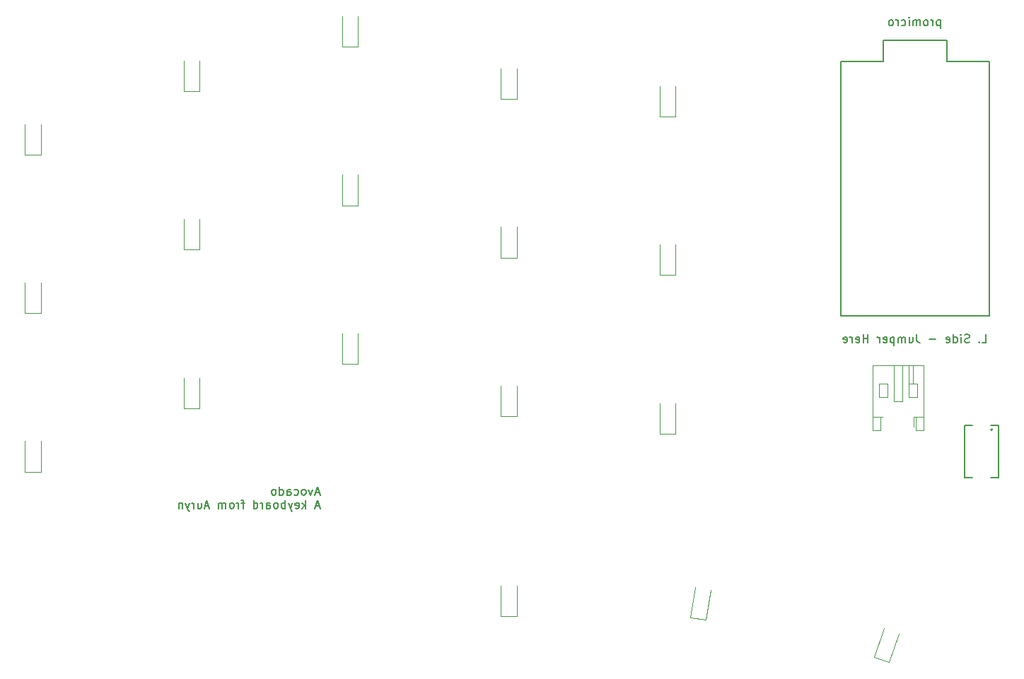
<source format=gbr>
%TF.GenerationSoftware,KiCad,Pcbnew,8.0.3*%
%TF.CreationDate,2024-07-17T09:05:20+02:00*%
%TF.ProjectId,avocado,61766f63-6164-46f2-9e6b-696361645f70,rev?*%
%TF.SameCoordinates,Original*%
%TF.FileFunction,Legend,Bot*%
%TF.FilePolarity,Positive*%
%FSLAX46Y46*%
G04 Gerber Fmt 4.6, Leading zero omitted, Abs format (unit mm)*
G04 Created by KiCad (PCBNEW 8.0.3) date 2024-07-17 09:05:20*
%MOMM*%
%LPD*%
G01*
G04 APERTURE LIST*
%ADD10C,0.150000*%
%ADD11C,0.120000*%
%ADD12C,0.200000*%
G04 APERTURE END LIST*
D10*
X53810839Y-82824132D02*
X53334649Y-82824132D01*
X53906077Y-83109847D02*
X53572744Y-82109847D01*
X53572744Y-82109847D02*
X53239411Y-83109847D01*
X53001315Y-82443180D02*
X52763220Y-83109847D01*
X52763220Y-83109847D02*
X52525125Y-82443180D01*
X52001315Y-83109847D02*
X52096553Y-83062228D01*
X52096553Y-83062228D02*
X52144172Y-83014608D01*
X52144172Y-83014608D02*
X52191791Y-82919370D01*
X52191791Y-82919370D02*
X52191791Y-82633656D01*
X52191791Y-82633656D02*
X52144172Y-82538418D01*
X52144172Y-82538418D02*
X52096553Y-82490799D01*
X52096553Y-82490799D02*
X52001315Y-82443180D01*
X52001315Y-82443180D02*
X51858458Y-82443180D01*
X51858458Y-82443180D02*
X51763220Y-82490799D01*
X51763220Y-82490799D02*
X51715601Y-82538418D01*
X51715601Y-82538418D02*
X51667982Y-82633656D01*
X51667982Y-82633656D02*
X51667982Y-82919370D01*
X51667982Y-82919370D02*
X51715601Y-83014608D01*
X51715601Y-83014608D02*
X51763220Y-83062228D01*
X51763220Y-83062228D02*
X51858458Y-83109847D01*
X51858458Y-83109847D02*
X52001315Y-83109847D01*
X50810839Y-83062228D02*
X50906077Y-83109847D01*
X50906077Y-83109847D02*
X51096553Y-83109847D01*
X51096553Y-83109847D02*
X51191791Y-83062228D01*
X51191791Y-83062228D02*
X51239410Y-83014608D01*
X51239410Y-83014608D02*
X51287029Y-82919370D01*
X51287029Y-82919370D02*
X51287029Y-82633656D01*
X51287029Y-82633656D02*
X51239410Y-82538418D01*
X51239410Y-82538418D02*
X51191791Y-82490799D01*
X51191791Y-82490799D02*
X51096553Y-82443180D01*
X51096553Y-82443180D02*
X50906077Y-82443180D01*
X50906077Y-82443180D02*
X50810839Y-82490799D01*
X49953696Y-83109847D02*
X49953696Y-82586037D01*
X49953696Y-82586037D02*
X50001315Y-82490799D01*
X50001315Y-82490799D02*
X50096553Y-82443180D01*
X50096553Y-82443180D02*
X50287029Y-82443180D01*
X50287029Y-82443180D02*
X50382267Y-82490799D01*
X49953696Y-83062228D02*
X50048934Y-83109847D01*
X50048934Y-83109847D02*
X50287029Y-83109847D01*
X50287029Y-83109847D02*
X50382267Y-83062228D01*
X50382267Y-83062228D02*
X50429886Y-82966989D01*
X50429886Y-82966989D02*
X50429886Y-82871751D01*
X50429886Y-82871751D02*
X50382267Y-82776513D01*
X50382267Y-82776513D02*
X50287029Y-82728894D01*
X50287029Y-82728894D02*
X50048934Y-82728894D01*
X50048934Y-82728894D02*
X49953696Y-82681275D01*
X49048934Y-83109847D02*
X49048934Y-82109847D01*
X49048934Y-83062228D02*
X49144172Y-83109847D01*
X49144172Y-83109847D02*
X49334648Y-83109847D01*
X49334648Y-83109847D02*
X49429886Y-83062228D01*
X49429886Y-83062228D02*
X49477505Y-83014608D01*
X49477505Y-83014608D02*
X49525124Y-82919370D01*
X49525124Y-82919370D02*
X49525124Y-82633656D01*
X49525124Y-82633656D02*
X49477505Y-82538418D01*
X49477505Y-82538418D02*
X49429886Y-82490799D01*
X49429886Y-82490799D02*
X49334648Y-82443180D01*
X49334648Y-82443180D02*
X49144172Y-82443180D01*
X49144172Y-82443180D02*
X49048934Y-82490799D01*
X48429886Y-83109847D02*
X48525124Y-83062228D01*
X48525124Y-83062228D02*
X48572743Y-83014608D01*
X48572743Y-83014608D02*
X48620362Y-82919370D01*
X48620362Y-82919370D02*
X48620362Y-82633656D01*
X48620362Y-82633656D02*
X48572743Y-82538418D01*
X48572743Y-82538418D02*
X48525124Y-82490799D01*
X48525124Y-82490799D02*
X48429886Y-82443180D01*
X48429886Y-82443180D02*
X48287029Y-82443180D01*
X48287029Y-82443180D02*
X48191791Y-82490799D01*
X48191791Y-82490799D02*
X48144172Y-82538418D01*
X48144172Y-82538418D02*
X48096553Y-82633656D01*
X48096553Y-82633656D02*
X48096553Y-82919370D01*
X48096553Y-82919370D02*
X48144172Y-83014608D01*
X48144172Y-83014608D02*
X48191791Y-83062228D01*
X48191791Y-83062228D02*
X48287029Y-83109847D01*
X48287029Y-83109847D02*
X48429886Y-83109847D01*
X53810839Y-84434076D02*
X53334649Y-84434076D01*
X53906077Y-84719791D02*
X53572744Y-83719791D01*
X53572744Y-83719791D02*
X53239411Y-84719791D01*
X52144172Y-84719791D02*
X52144172Y-83719791D01*
X52048934Y-84338838D02*
X51763220Y-84719791D01*
X51763220Y-84053124D02*
X52144172Y-84434076D01*
X50953696Y-84672172D02*
X51048934Y-84719791D01*
X51048934Y-84719791D02*
X51239410Y-84719791D01*
X51239410Y-84719791D02*
X51334648Y-84672172D01*
X51334648Y-84672172D02*
X51382267Y-84576933D01*
X51382267Y-84576933D02*
X51382267Y-84195981D01*
X51382267Y-84195981D02*
X51334648Y-84100743D01*
X51334648Y-84100743D02*
X51239410Y-84053124D01*
X51239410Y-84053124D02*
X51048934Y-84053124D01*
X51048934Y-84053124D02*
X50953696Y-84100743D01*
X50953696Y-84100743D02*
X50906077Y-84195981D01*
X50906077Y-84195981D02*
X50906077Y-84291219D01*
X50906077Y-84291219D02*
X51382267Y-84386457D01*
X50572743Y-84053124D02*
X50334648Y-84719791D01*
X50096553Y-84053124D02*
X50334648Y-84719791D01*
X50334648Y-84719791D02*
X50429886Y-84957886D01*
X50429886Y-84957886D02*
X50477505Y-85005505D01*
X50477505Y-85005505D02*
X50572743Y-85053124D01*
X49715600Y-84719791D02*
X49715600Y-83719791D01*
X49715600Y-84100743D02*
X49620362Y-84053124D01*
X49620362Y-84053124D02*
X49429886Y-84053124D01*
X49429886Y-84053124D02*
X49334648Y-84100743D01*
X49334648Y-84100743D02*
X49287029Y-84148362D01*
X49287029Y-84148362D02*
X49239410Y-84243600D01*
X49239410Y-84243600D02*
X49239410Y-84529314D01*
X49239410Y-84529314D02*
X49287029Y-84624552D01*
X49287029Y-84624552D02*
X49334648Y-84672172D01*
X49334648Y-84672172D02*
X49429886Y-84719791D01*
X49429886Y-84719791D02*
X49620362Y-84719791D01*
X49620362Y-84719791D02*
X49715600Y-84672172D01*
X48667981Y-84719791D02*
X48763219Y-84672172D01*
X48763219Y-84672172D02*
X48810838Y-84624552D01*
X48810838Y-84624552D02*
X48858457Y-84529314D01*
X48858457Y-84529314D02*
X48858457Y-84243600D01*
X48858457Y-84243600D02*
X48810838Y-84148362D01*
X48810838Y-84148362D02*
X48763219Y-84100743D01*
X48763219Y-84100743D02*
X48667981Y-84053124D01*
X48667981Y-84053124D02*
X48525124Y-84053124D01*
X48525124Y-84053124D02*
X48429886Y-84100743D01*
X48429886Y-84100743D02*
X48382267Y-84148362D01*
X48382267Y-84148362D02*
X48334648Y-84243600D01*
X48334648Y-84243600D02*
X48334648Y-84529314D01*
X48334648Y-84529314D02*
X48382267Y-84624552D01*
X48382267Y-84624552D02*
X48429886Y-84672172D01*
X48429886Y-84672172D02*
X48525124Y-84719791D01*
X48525124Y-84719791D02*
X48667981Y-84719791D01*
X47477505Y-84719791D02*
X47477505Y-84195981D01*
X47477505Y-84195981D02*
X47525124Y-84100743D01*
X47525124Y-84100743D02*
X47620362Y-84053124D01*
X47620362Y-84053124D02*
X47810838Y-84053124D01*
X47810838Y-84053124D02*
X47906076Y-84100743D01*
X47477505Y-84672172D02*
X47572743Y-84719791D01*
X47572743Y-84719791D02*
X47810838Y-84719791D01*
X47810838Y-84719791D02*
X47906076Y-84672172D01*
X47906076Y-84672172D02*
X47953695Y-84576933D01*
X47953695Y-84576933D02*
X47953695Y-84481695D01*
X47953695Y-84481695D02*
X47906076Y-84386457D01*
X47906076Y-84386457D02*
X47810838Y-84338838D01*
X47810838Y-84338838D02*
X47572743Y-84338838D01*
X47572743Y-84338838D02*
X47477505Y-84291219D01*
X47001314Y-84719791D02*
X47001314Y-84053124D01*
X47001314Y-84243600D02*
X46953695Y-84148362D01*
X46953695Y-84148362D02*
X46906076Y-84100743D01*
X46906076Y-84100743D02*
X46810838Y-84053124D01*
X46810838Y-84053124D02*
X46715600Y-84053124D01*
X45953695Y-84719791D02*
X45953695Y-83719791D01*
X45953695Y-84672172D02*
X46048933Y-84719791D01*
X46048933Y-84719791D02*
X46239409Y-84719791D01*
X46239409Y-84719791D02*
X46334647Y-84672172D01*
X46334647Y-84672172D02*
X46382266Y-84624552D01*
X46382266Y-84624552D02*
X46429885Y-84529314D01*
X46429885Y-84529314D02*
X46429885Y-84243600D01*
X46429885Y-84243600D02*
X46382266Y-84148362D01*
X46382266Y-84148362D02*
X46334647Y-84100743D01*
X46334647Y-84100743D02*
X46239409Y-84053124D01*
X46239409Y-84053124D02*
X46048933Y-84053124D01*
X46048933Y-84053124D02*
X45953695Y-84100743D01*
X44858456Y-84053124D02*
X44477504Y-84053124D01*
X44715599Y-84719791D02*
X44715599Y-83862648D01*
X44715599Y-83862648D02*
X44667980Y-83767410D01*
X44667980Y-83767410D02*
X44572742Y-83719791D01*
X44572742Y-83719791D02*
X44477504Y-83719791D01*
X44144170Y-84719791D02*
X44144170Y-84053124D01*
X44144170Y-84243600D02*
X44096551Y-84148362D01*
X44096551Y-84148362D02*
X44048932Y-84100743D01*
X44048932Y-84100743D02*
X43953694Y-84053124D01*
X43953694Y-84053124D02*
X43858456Y-84053124D01*
X43382265Y-84719791D02*
X43477503Y-84672172D01*
X43477503Y-84672172D02*
X43525122Y-84624552D01*
X43525122Y-84624552D02*
X43572741Y-84529314D01*
X43572741Y-84529314D02*
X43572741Y-84243600D01*
X43572741Y-84243600D02*
X43525122Y-84148362D01*
X43525122Y-84148362D02*
X43477503Y-84100743D01*
X43477503Y-84100743D02*
X43382265Y-84053124D01*
X43382265Y-84053124D02*
X43239408Y-84053124D01*
X43239408Y-84053124D02*
X43144170Y-84100743D01*
X43144170Y-84100743D02*
X43096551Y-84148362D01*
X43096551Y-84148362D02*
X43048932Y-84243600D01*
X43048932Y-84243600D02*
X43048932Y-84529314D01*
X43048932Y-84529314D02*
X43096551Y-84624552D01*
X43096551Y-84624552D02*
X43144170Y-84672172D01*
X43144170Y-84672172D02*
X43239408Y-84719791D01*
X43239408Y-84719791D02*
X43382265Y-84719791D01*
X42620360Y-84719791D02*
X42620360Y-84053124D01*
X42620360Y-84148362D02*
X42572741Y-84100743D01*
X42572741Y-84100743D02*
X42477503Y-84053124D01*
X42477503Y-84053124D02*
X42334646Y-84053124D01*
X42334646Y-84053124D02*
X42239408Y-84100743D01*
X42239408Y-84100743D02*
X42191789Y-84195981D01*
X42191789Y-84195981D02*
X42191789Y-84719791D01*
X42191789Y-84195981D02*
X42144170Y-84100743D01*
X42144170Y-84100743D02*
X42048932Y-84053124D01*
X42048932Y-84053124D02*
X41906075Y-84053124D01*
X41906075Y-84053124D02*
X41810836Y-84100743D01*
X41810836Y-84100743D02*
X41763217Y-84195981D01*
X41763217Y-84195981D02*
X41763217Y-84719791D01*
X40572741Y-84434076D02*
X40096551Y-84434076D01*
X40667979Y-84719791D02*
X40334646Y-83719791D01*
X40334646Y-83719791D02*
X40001313Y-84719791D01*
X39239408Y-84053124D02*
X39239408Y-84719791D01*
X39667979Y-84053124D02*
X39667979Y-84576933D01*
X39667979Y-84576933D02*
X39620360Y-84672172D01*
X39620360Y-84672172D02*
X39525122Y-84719791D01*
X39525122Y-84719791D02*
X39382265Y-84719791D01*
X39382265Y-84719791D02*
X39287027Y-84672172D01*
X39287027Y-84672172D02*
X39239408Y-84624552D01*
X38763217Y-84719791D02*
X38763217Y-84053124D01*
X38763217Y-84243600D02*
X38715598Y-84148362D01*
X38715598Y-84148362D02*
X38667979Y-84100743D01*
X38667979Y-84100743D02*
X38572741Y-84053124D01*
X38572741Y-84053124D02*
X38477503Y-84053124D01*
X38239407Y-84053124D02*
X38001312Y-84719791D01*
X37763217Y-84053124D02*
X38001312Y-84719791D01*
X38001312Y-84719791D02*
X38096550Y-84957886D01*
X38096550Y-84957886D02*
X38144169Y-85005505D01*
X38144169Y-85005505D02*
X38239407Y-85053124D01*
X37382264Y-84053124D02*
X37382264Y-84719791D01*
X37382264Y-84148362D02*
X37334645Y-84100743D01*
X37334645Y-84100743D02*
X37239407Y-84053124D01*
X37239407Y-84053124D02*
X37096550Y-84053124D01*
X37096550Y-84053124D02*
X37001312Y-84100743D01*
X37001312Y-84100743D02*
X36953693Y-84195981D01*
X36953693Y-84195981D02*
X36953693Y-84719791D01*
X128171428Y-26188152D02*
X128171428Y-27188152D01*
X128171428Y-26235771D02*
X128076190Y-26188152D01*
X128076190Y-26188152D02*
X127885714Y-26188152D01*
X127885714Y-26188152D02*
X127790476Y-26235771D01*
X127790476Y-26235771D02*
X127742857Y-26283390D01*
X127742857Y-26283390D02*
X127695238Y-26378628D01*
X127695238Y-26378628D02*
X127695238Y-26664342D01*
X127695238Y-26664342D02*
X127742857Y-26759580D01*
X127742857Y-26759580D02*
X127790476Y-26807200D01*
X127790476Y-26807200D02*
X127885714Y-26854819D01*
X127885714Y-26854819D02*
X128076190Y-26854819D01*
X128076190Y-26854819D02*
X128171428Y-26807200D01*
X127266666Y-26854819D02*
X127266666Y-26188152D01*
X127266666Y-26378628D02*
X127219047Y-26283390D01*
X127219047Y-26283390D02*
X127171428Y-26235771D01*
X127171428Y-26235771D02*
X127076190Y-26188152D01*
X127076190Y-26188152D02*
X126980952Y-26188152D01*
X126504761Y-26854819D02*
X126599999Y-26807200D01*
X126599999Y-26807200D02*
X126647618Y-26759580D01*
X126647618Y-26759580D02*
X126695237Y-26664342D01*
X126695237Y-26664342D02*
X126695237Y-26378628D01*
X126695237Y-26378628D02*
X126647618Y-26283390D01*
X126647618Y-26283390D02*
X126599999Y-26235771D01*
X126599999Y-26235771D02*
X126504761Y-26188152D01*
X126504761Y-26188152D02*
X126361904Y-26188152D01*
X126361904Y-26188152D02*
X126266666Y-26235771D01*
X126266666Y-26235771D02*
X126219047Y-26283390D01*
X126219047Y-26283390D02*
X126171428Y-26378628D01*
X126171428Y-26378628D02*
X126171428Y-26664342D01*
X126171428Y-26664342D02*
X126219047Y-26759580D01*
X126219047Y-26759580D02*
X126266666Y-26807200D01*
X126266666Y-26807200D02*
X126361904Y-26854819D01*
X126361904Y-26854819D02*
X126504761Y-26854819D01*
X125742856Y-26854819D02*
X125742856Y-26188152D01*
X125742856Y-26283390D02*
X125695237Y-26235771D01*
X125695237Y-26235771D02*
X125599999Y-26188152D01*
X125599999Y-26188152D02*
X125457142Y-26188152D01*
X125457142Y-26188152D02*
X125361904Y-26235771D01*
X125361904Y-26235771D02*
X125314285Y-26331009D01*
X125314285Y-26331009D02*
X125314285Y-26854819D01*
X125314285Y-26331009D02*
X125266666Y-26235771D01*
X125266666Y-26235771D02*
X125171428Y-26188152D01*
X125171428Y-26188152D02*
X125028571Y-26188152D01*
X125028571Y-26188152D02*
X124933332Y-26235771D01*
X124933332Y-26235771D02*
X124885713Y-26331009D01*
X124885713Y-26331009D02*
X124885713Y-26854819D01*
X124409523Y-26854819D02*
X124409523Y-26188152D01*
X124409523Y-25854819D02*
X124457142Y-25902438D01*
X124457142Y-25902438D02*
X124409523Y-25950057D01*
X124409523Y-25950057D02*
X124361904Y-25902438D01*
X124361904Y-25902438D02*
X124409523Y-25854819D01*
X124409523Y-25854819D02*
X124409523Y-25950057D01*
X123504762Y-26807200D02*
X123600000Y-26854819D01*
X123600000Y-26854819D02*
X123790476Y-26854819D01*
X123790476Y-26854819D02*
X123885714Y-26807200D01*
X123885714Y-26807200D02*
X123933333Y-26759580D01*
X123933333Y-26759580D02*
X123980952Y-26664342D01*
X123980952Y-26664342D02*
X123980952Y-26378628D01*
X123980952Y-26378628D02*
X123933333Y-26283390D01*
X123933333Y-26283390D02*
X123885714Y-26235771D01*
X123885714Y-26235771D02*
X123790476Y-26188152D01*
X123790476Y-26188152D02*
X123600000Y-26188152D01*
X123600000Y-26188152D02*
X123504762Y-26235771D01*
X123076190Y-26854819D02*
X123076190Y-26188152D01*
X123076190Y-26378628D02*
X123028571Y-26283390D01*
X123028571Y-26283390D02*
X122980952Y-26235771D01*
X122980952Y-26235771D02*
X122885714Y-26188152D01*
X122885714Y-26188152D02*
X122790476Y-26188152D01*
X122314285Y-26854819D02*
X122409523Y-26807200D01*
X122409523Y-26807200D02*
X122457142Y-26759580D01*
X122457142Y-26759580D02*
X122504761Y-26664342D01*
X122504761Y-26664342D02*
X122504761Y-26378628D01*
X122504761Y-26378628D02*
X122457142Y-26283390D01*
X122457142Y-26283390D02*
X122409523Y-26235771D01*
X122409523Y-26235771D02*
X122314285Y-26188152D01*
X122314285Y-26188152D02*
X122171428Y-26188152D01*
X122171428Y-26188152D02*
X122076190Y-26235771D01*
X122076190Y-26235771D02*
X122028571Y-26283390D01*
X122028571Y-26283390D02*
X121980952Y-26378628D01*
X121980952Y-26378628D02*
X121980952Y-26664342D01*
X121980952Y-26664342D02*
X122028571Y-26759580D01*
X122028571Y-26759580D02*
X122076190Y-26807200D01*
X122076190Y-26807200D02*
X122171428Y-26854819D01*
X122171428Y-26854819D02*
X122314285Y-26854819D01*
X133147619Y-64854819D02*
X133623809Y-64854819D01*
X133623809Y-64854819D02*
X133623809Y-63854819D01*
X132814285Y-64759580D02*
X132766666Y-64807200D01*
X132766666Y-64807200D02*
X132814285Y-64854819D01*
X132814285Y-64854819D02*
X132861904Y-64807200D01*
X132861904Y-64807200D02*
X132814285Y-64759580D01*
X132814285Y-64759580D02*
X132814285Y-64854819D01*
X131623809Y-64807200D02*
X131480952Y-64854819D01*
X131480952Y-64854819D02*
X131242857Y-64854819D01*
X131242857Y-64854819D02*
X131147619Y-64807200D01*
X131147619Y-64807200D02*
X131100000Y-64759580D01*
X131100000Y-64759580D02*
X131052381Y-64664342D01*
X131052381Y-64664342D02*
X131052381Y-64569104D01*
X131052381Y-64569104D02*
X131100000Y-64473866D01*
X131100000Y-64473866D02*
X131147619Y-64426247D01*
X131147619Y-64426247D02*
X131242857Y-64378628D01*
X131242857Y-64378628D02*
X131433333Y-64331009D01*
X131433333Y-64331009D02*
X131528571Y-64283390D01*
X131528571Y-64283390D02*
X131576190Y-64235771D01*
X131576190Y-64235771D02*
X131623809Y-64140533D01*
X131623809Y-64140533D02*
X131623809Y-64045295D01*
X131623809Y-64045295D02*
X131576190Y-63950057D01*
X131576190Y-63950057D02*
X131528571Y-63902438D01*
X131528571Y-63902438D02*
X131433333Y-63854819D01*
X131433333Y-63854819D02*
X131195238Y-63854819D01*
X131195238Y-63854819D02*
X131052381Y-63902438D01*
X130623809Y-64854819D02*
X130623809Y-64188152D01*
X130623809Y-63854819D02*
X130671428Y-63902438D01*
X130671428Y-63902438D02*
X130623809Y-63950057D01*
X130623809Y-63950057D02*
X130576190Y-63902438D01*
X130576190Y-63902438D02*
X130623809Y-63854819D01*
X130623809Y-63854819D02*
X130623809Y-63950057D01*
X129719048Y-64854819D02*
X129719048Y-63854819D01*
X129719048Y-64807200D02*
X129814286Y-64854819D01*
X129814286Y-64854819D02*
X130004762Y-64854819D01*
X130004762Y-64854819D02*
X130100000Y-64807200D01*
X130100000Y-64807200D02*
X130147619Y-64759580D01*
X130147619Y-64759580D02*
X130195238Y-64664342D01*
X130195238Y-64664342D02*
X130195238Y-64378628D01*
X130195238Y-64378628D02*
X130147619Y-64283390D01*
X130147619Y-64283390D02*
X130100000Y-64235771D01*
X130100000Y-64235771D02*
X130004762Y-64188152D01*
X130004762Y-64188152D02*
X129814286Y-64188152D01*
X129814286Y-64188152D02*
X129719048Y-64235771D01*
X128861905Y-64807200D02*
X128957143Y-64854819D01*
X128957143Y-64854819D02*
X129147619Y-64854819D01*
X129147619Y-64854819D02*
X129242857Y-64807200D01*
X129242857Y-64807200D02*
X129290476Y-64711961D01*
X129290476Y-64711961D02*
X129290476Y-64331009D01*
X129290476Y-64331009D02*
X129242857Y-64235771D01*
X129242857Y-64235771D02*
X129147619Y-64188152D01*
X129147619Y-64188152D02*
X128957143Y-64188152D01*
X128957143Y-64188152D02*
X128861905Y-64235771D01*
X128861905Y-64235771D02*
X128814286Y-64331009D01*
X128814286Y-64331009D02*
X128814286Y-64426247D01*
X128814286Y-64426247D02*
X129290476Y-64521485D01*
X127623809Y-64473866D02*
X126861905Y-64473866D01*
X125338095Y-63854819D02*
X125338095Y-64569104D01*
X125338095Y-64569104D02*
X125385714Y-64711961D01*
X125385714Y-64711961D02*
X125480952Y-64807200D01*
X125480952Y-64807200D02*
X125623809Y-64854819D01*
X125623809Y-64854819D02*
X125719047Y-64854819D01*
X124433333Y-64188152D02*
X124433333Y-64854819D01*
X124861904Y-64188152D02*
X124861904Y-64711961D01*
X124861904Y-64711961D02*
X124814285Y-64807200D01*
X124814285Y-64807200D02*
X124719047Y-64854819D01*
X124719047Y-64854819D02*
X124576190Y-64854819D01*
X124576190Y-64854819D02*
X124480952Y-64807200D01*
X124480952Y-64807200D02*
X124433333Y-64759580D01*
X123957142Y-64854819D02*
X123957142Y-64188152D01*
X123957142Y-64283390D02*
X123909523Y-64235771D01*
X123909523Y-64235771D02*
X123814285Y-64188152D01*
X123814285Y-64188152D02*
X123671428Y-64188152D01*
X123671428Y-64188152D02*
X123576190Y-64235771D01*
X123576190Y-64235771D02*
X123528571Y-64331009D01*
X123528571Y-64331009D02*
X123528571Y-64854819D01*
X123528571Y-64331009D02*
X123480952Y-64235771D01*
X123480952Y-64235771D02*
X123385714Y-64188152D01*
X123385714Y-64188152D02*
X123242857Y-64188152D01*
X123242857Y-64188152D02*
X123147618Y-64235771D01*
X123147618Y-64235771D02*
X123099999Y-64331009D01*
X123099999Y-64331009D02*
X123099999Y-64854819D01*
X122623809Y-64188152D02*
X122623809Y-65188152D01*
X122623809Y-64235771D02*
X122528571Y-64188152D01*
X122528571Y-64188152D02*
X122338095Y-64188152D01*
X122338095Y-64188152D02*
X122242857Y-64235771D01*
X122242857Y-64235771D02*
X122195238Y-64283390D01*
X122195238Y-64283390D02*
X122147619Y-64378628D01*
X122147619Y-64378628D02*
X122147619Y-64664342D01*
X122147619Y-64664342D02*
X122195238Y-64759580D01*
X122195238Y-64759580D02*
X122242857Y-64807200D01*
X122242857Y-64807200D02*
X122338095Y-64854819D01*
X122338095Y-64854819D02*
X122528571Y-64854819D01*
X122528571Y-64854819D02*
X122623809Y-64807200D01*
X121338095Y-64807200D02*
X121433333Y-64854819D01*
X121433333Y-64854819D02*
X121623809Y-64854819D01*
X121623809Y-64854819D02*
X121719047Y-64807200D01*
X121719047Y-64807200D02*
X121766666Y-64711961D01*
X121766666Y-64711961D02*
X121766666Y-64331009D01*
X121766666Y-64331009D02*
X121719047Y-64235771D01*
X121719047Y-64235771D02*
X121623809Y-64188152D01*
X121623809Y-64188152D02*
X121433333Y-64188152D01*
X121433333Y-64188152D02*
X121338095Y-64235771D01*
X121338095Y-64235771D02*
X121290476Y-64331009D01*
X121290476Y-64331009D02*
X121290476Y-64426247D01*
X121290476Y-64426247D02*
X121766666Y-64521485D01*
X120861904Y-64854819D02*
X120861904Y-64188152D01*
X120861904Y-64378628D02*
X120814285Y-64283390D01*
X120814285Y-64283390D02*
X120766666Y-64235771D01*
X120766666Y-64235771D02*
X120671428Y-64188152D01*
X120671428Y-64188152D02*
X120576190Y-64188152D01*
X119480951Y-64854819D02*
X119480951Y-63854819D01*
X119480951Y-64331009D02*
X118909523Y-64331009D01*
X118909523Y-64854819D02*
X118909523Y-63854819D01*
X118052380Y-64807200D02*
X118147618Y-64854819D01*
X118147618Y-64854819D02*
X118338094Y-64854819D01*
X118338094Y-64854819D02*
X118433332Y-64807200D01*
X118433332Y-64807200D02*
X118480951Y-64711961D01*
X118480951Y-64711961D02*
X118480951Y-64331009D01*
X118480951Y-64331009D02*
X118433332Y-64235771D01*
X118433332Y-64235771D02*
X118338094Y-64188152D01*
X118338094Y-64188152D02*
X118147618Y-64188152D01*
X118147618Y-64188152D02*
X118052380Y-64235771D01*
X118052380Y-64235771D02*
X118004761Y-64331009D01*
X118004761Y-64331009D02*
X118004761Y-64426247D01*
X118004761Y-64426247D02*
X118480951Y-64521485D01*
X117576189Y-64854819D02*
X117576189Y-64188152D01*
X117576189Y-64378628D02*
X117528570Y-64283390D01*
X117528570Y-64283390D02*
X117480951Y-64235771D01*
X117480951Y-64235771D02*
X117385713Y-64188152D01*
X117385713Y-64188152D02*
X117290475Y-64188152D01*
X116576189Y-64807200D02*
X116671427Y-64854819D01*
X116671427Y-64854819D02*
X116861903Y-64854819D01*
X116861903Y-64854819D02*
X116957141Y-64807200D01*
X116957141Y-64807200D02*
X117004760Y-64711961D01*
X117004760Y-64711961D02*
X117004760Y-64331009D01*
X117004760Y-64331009D02*
X116957141Y-64235771D01*
X116957141Y-64235771D02*
X116861903Y-64188152D01*
X116861903Y-64188152D02*
X116671427Y-64188152D01*
X116671427Y-64188152D02*
X116576189Y-64235771D01*
X116576189Y-64235771D02*
X116528570Y-64331009D01*
X116528570Y-64331009D02*
X116528570Y-64426247D01*
X116528570Y-64426247D02*
X117004760Y-64521485D01*
D11*
%TO.C,D1*%
X18550000Y-80320000D02*
X20450000Y-80320000D01*
X18550000Y-80320000D02*
X18550000Y-76660000D01*
X20450000Y-80320000D02*
X20450000Y-76660000D01*
%TO.C,D2*%
X18550000Y-61320000D02*
X20450000Y-61320000D01*
X18550000Y-61320000D02*
X18550000Y-57660000D01*
X20450000Y-61320000D02*
X20450000Y-57660000D01*
%TO.C,D3*%
X18550000Y-42320000D02*
X20450000Y-42320000D01*
X18550000Y-42320000D02*
X18550000Y-38660000D01*
X20450000Y-42320000D02*
X20450000Y-38660000D01*
%TO.C,D4*%
X37550000Y-72720000D02*
X39450000Y-72720000D01*
X37550000Y-72720000D02*
X37550000Y-69060000D01*
X39450000Y-72720000D02*
X39450000Y-69060000D01*
%TO.C,D5*%
X37550000Y-53720000D02*
X39450000Y-53720000D01*
X37550000Y-53720000D02*
X37550000Y-50060000D01*
X39450000Y-53720000D02*
X39450000Y-50060000D01*
%TO.C,D6*%
X37550000Y-34720000D02*
X39450000Y-34720000D01*
X37550000Y-34720000D02*
X37550000Y-31060000D01*
X39450000Y-34720000D02*
X39450000Y-31060000D01*
%TO.C,D7*%
X56550000Y-67400000D02*
X58450000Y-67400000D01*
X56550000Y-67400000D02*
X56550000Y-63740000D01*
X58450000Y-67400000D02*
X58450000Y-63740000D01*
%TO.C,D8*%
X56550000Y-48400000D02*
X58450000Y-48400000D01*
X56550000Y-48400000D02*
X56550000Y-44740000D01*
X58450000Y-48400000D02*
X58450000Y-44740000D01*
%TO.C,D9*%
X56550000Y-29400000D02*
X58450000Y-29400000D01*
X56550000Y-29400000D02*
X56550000Y-25740000D01*
X58450000Y-29400000D02*
X58450000Y-25740000D01*
%TO.C,D10*%
X75550000Y-73670000D02*
X77450000Y-73670000D01*
X75550000Y-73670000D02*
X75550000Y-70010000D01*
X77450000Y-73670000D02*
X77450000Y-70010000D01*
%TO.C,D11*%
X75550000Y-54670000D02*
X77450000Y-54670000D01*
X75550000Y-54670000D02*
X75550000Y-51010000D01*
X77450000Y-54670000D02*
X77450000Y-51010000D01*
%TO.C,D12*%
X75550000Y-35670000D02*
X77450000Y-35670000D01*
X75550000Y-35670000D02*
X75550000Y-32010000D01*
X77450000Y-35670000D02*
X77450000Y-32010000D01*
%TO.C,D13*%
X94550000Y-75760000D02*
X96450000Y-75760000D01*
X94550000Y-75760000D02*
X94550000Y-72100000D01*
X96450000Y-75760000D02*
X96450000Y-72100000D01*
%TO.C,D14*%
X94550000Y-56760000D02*
X96450000Y-56760000D01*
X94550000Y-56760000D02*
X94550000Y-53100000D01*
X96450000Y-56760000D02*
X96450000Y-53100000D01*
%TO.C,D15*%
X94550000Y-37760000D02*
X96450000Y-37760000D01*
X94550000Y-37760000D02*
X94550000Y-34100000D01*
X96450000Y-37760000D02*
X96450000Y-34100000D01*
%TO.C,D16*%
X75550000Y-97610000D02*
X77450000Y-97610000D01*
X75550000Y-97610000D02*
X75550000Y-93950000D01*
X77450000Y-97610000D02*
X77450000Y-93950000D01*
%TO.C,D17*%
X98170273Y-97752944D02*
X100044216Y-98066535D01*
X98170273Y-97752944D02*
X98774347Y-94143139D01*
X100044216Y-98066535D02*
X100648290Y-94456729D01*
%TO.C,D18*%
X120224358Y-102542316D02*
X122020844Y-103160896D01*
X120224358Y-102542316D02*
X121415938Y-99081718D01*
X122020844Y-103160896D02*
X123212423Y-99700298D01*
D10*
%TO.C,*%
X116210000Y-61640000D02*
X133990000Y-61640000D01*
X133990000Y-61640000D02*
X133990000Y-31160000D01*
X133990000Y-31160000D02*
X128910000Y-31160000D01*
X128910000Y-31160000D02*
X128910000Y-28620000D01*
X128910000Y-28620000D02*
X121290000Y-28620000D01*
X121290000Y-28620000D02*
X121290000Y-31160000D01*
X121290000Y-31160000D02*
X116210000Y-31160000D01*
X116210000Y-31160000D02*
X116210000Y-61640000D01*
D11*
%TO.C,_2*%
X126160000Y-75360000D02*
X126160000Y-67540000D01*
X126160000Y-73760000D02*
X125240000Y-73760000D01*
X126160000Y-67540000D02*
X120040000Y-67540000D01*
X125400000Y-71400000D02*
X125400000Y-69800000D01*
X125400000Y-69800000D02*
X124400000Y-69800000D01*
X125240000Y-75360000D02*
X126160000Y-75360000D01*
X125240000Y-73760000D02*
X125240000Y-75360000D01*
X124960000Y-73760000D02*
X125240000Y-73760000D01*
X124960000Y-73760000D02*
X124960000Y-74975000D01*
X124900000Y-69800000D02*
X124900000Y-67540000D01*
X124400000Y-71400000D02*
X125400000Y-71400000D01*
X124400000Y-69800000D02*
X124400000Y-71400000D01*
X124400000Y-69800000D02*
X124400000Y-67540000D01*
X123600000Y-71900000D02*
X122600000Y-71900000D01*
X123600000Y-67540000D02*
X123600000Y-71900000D01*
X122600000Y-71900000D02*
X122600000Y-67540000D01*
X121800000Y-71400000D02*
X120800000Y-71400000D01*
X121800000Y-69800000D02*
X121800000Y-71400000D01*
X120960000Y-75360000D02*
X120960000Y-73760000D01*
X120960000Y-73760000D02*
X121240000Y-73760000D01*
X120800000Y-71400000D02*
X120800000Y-69800000D01*
X120800000Y-69800000D02*
X121800000Y-69800000D01*
X120040000Y-75360000D02*
X120960000Y-75360000D01*
X120040000Y-73760000D02*
X120960000Y-73760000D01*
X120040000Y-67540000D02*
X120040000Y-75360000D01*
D12*
%TO.C,S19*%
X132000000Y-81000000D02*
X131050000Y-81000000D01*
X131050000Y-81000000D02*
X131050000Y-74800000D01*
X131050000Y-74800000D02*
X132000000Y-74800000D01*
X134200000Y-81000000D02*
X135150000Y-81000000D01*
X135150000Y-81000000D02*
X135150000Y-74800000D01*
X135150000Y-74800000D02*
X134200000Y-74800000D01*
X134400000Y-75300000D02*
G75*
G02*
X134200000Y-75300000I-100000J0D01*
G01*
X134200000Y-75300000D02*
G75*
G02*
X134400000Y-75300000I100000J0D01*
G01*
%TD*%
M02*

</source>
